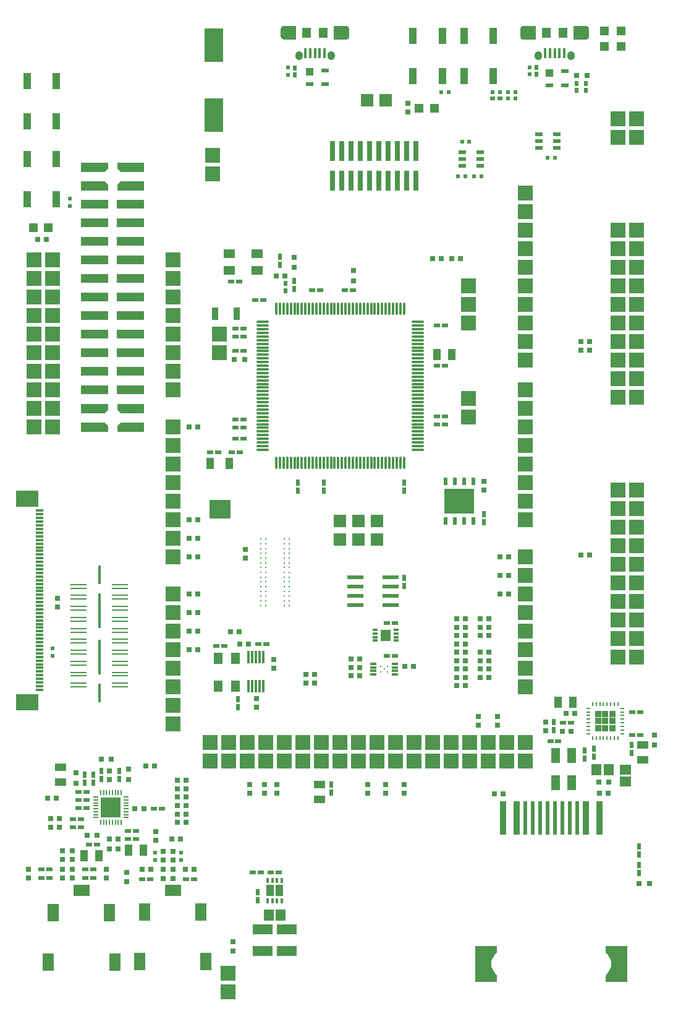
<source format=gtp>
%FSLAX43Y43*%
%MOMM*%
G71*
G01*
G75*
G04 Layer_Color=8421504*
%ADD10C,0.175*%
%ADD11R,0.600X0.900*%
%ADD12R,0.800X0.650*%
%ADD13R,0.900X0.600*%
%ADD14R,0.650X0.800*%
%ADD15R,0.500X0.650*%
%ADD16R,0.600X0.550*%
%ADD17R,1.050X0.600*%
%ADD18R,0.550X0.600*%
%ADD19R,0.700X0.700*%
%ADD20R,1.000X2.250*%
%ADD21R,1.200X1.200*%
%ADD22R,1.200X1.200*%
%ADD23R,0.400X1.350*%
%ADD24R,1.100X0.600*%
%ADD25R,1.100X1.000*%
%ADD26R,0.700X0.700*%
%ADD27R,0.650X0.500*%
%ADD28R,1.500X2.400*%
%ADD29R,2.200X1.500*%
%ADD30R,1.092X1.600*%
%ADD31R,1.600X1.092*%
%ADD32R,1.350X1.500*%
%ADD33R,1.500X1.350*%
%ADD34R,0.762X0.762*%
%ADD35R,0.500X0.600*%
%ADD36R,0.762X0.762*%
%ADD37R,0.950X1.000*%
%ADD38R,2.800X1.400*%
%ADD39R,1.600X1.300*%
%ADD40R,1.300X1.600*%
%ADD41R,0.950X1.750*%
%ADD42R,2.500X4.600*%
%ADD43R,2.200X0.600*%
%ADD44R,0.300X1.700*%
%ADD45O,0.300X1.700*%
%ADD46O,1.700X0.300*%
%ADD47R,0.850X0.300*%
%ADD48R,1.300X1.400*%
%ADD49R,0.230X0.500*%
%ADD50R,0.500X0.230*%
%ADD51R,3.400X3.400*%
%ADD52C,0.320*%
%ADD53R,0.600X1.100*%
%ADD54R,4.100X3.500*%
%ADD55R,0.350X0.675*%
%ADD56R,2.500X1.700*%
%ADD57R,1.400X1.600*%
%ADD58R,0.700X0.300*%
%ADD59O,0.200X0.700*%
%ADD60O,0.700X0.200*%
%ADD61R,2.800X2.800*%
%ADD62R,1.000X1.600*%
%ADD63R,3.000X2.500*%
%ADD64R,1.200X2.000*%
%ADD65R,0.610X4.600*%
%ADD66R,2.000X4.900*%
%ADD67R,0.810X4.600*%
%ADD68R,1.100X0.300*%
%ADD69R,3.100X2.300*%
%ADD70R,2.270X0.280*%
%ADD71R,0.430X2.540*%
%ADD72R,0.430X4.700*%
%ADD73R,3.200X1.270*%
%ADD74R,3.683X1.270*%
%ADD75R,0.740X2.790*%
%ADD76C,0.180*%
%ADD77C,0.200*%
%ADD78C,0.150*%
%ADD79C,0.300*%
%ADD80C,0.165*%
%ADD81C,0.185*%
%ADD82C,0.127*%
%ADD83R,1.800X1.900*%
%ADD84R,0.300X0.900*%
%ADD85C,3.600*%
%ADD86R,1.700X1.700*%
G04:AMPARAMS|DCode=87|XSize=1.05mm|YSize=1.25mm|CornerRadius=0.525mm|HoleSize=0mm|Usage=FLASHONLY|Rotation=180.000|XOffset=0mm|YOffset=0mm|HoleType=Round|Shape=RoundedRectangle|*
%AMROUNDEDRECTD87*
21,1,1.050,0.200,0,0,180.0*
21,1,0.000,1.250,0,0,180.0*
1,1,1.050,0.000,0.100*
1,1,1.050,0.000,0.100*
1,1,1.050,0.000,-0.100*
1,1,1.050,0.000,-0.100*
%
%ADD87ROUNDEDRECTD87*%
G04:AMPARAMS|DCode=88|XSize=2.1mm|YSize=1.9mm|CornerRadius=0.494mm|HoleSize=0mm|Usage=FLASHONLY|Rotation=180.000|XOffset=0mm|YOffset=0mm|HoleType=Round|Shape=RoundedRectangle|*
%AMROUNDEDRECTD88*
21,1,2.100,0.912,0,0,180.0*
21,1,1.112,1.900,0,0,180.0*
1,1,0.988,-0.556,0.456*
1,1,0.988,0.556,0.456*
1,1,0.988,0.556,-0.456*
1,1,0.988,-0.556,-0.456*
%
%ADD88ROUNDEDRECTD88*%
%ADD89C,1.700*%
%ADD90R,1.700X1.700*%
%ADD91C,1.500*%
%ADD92R,5.000X2.400*%
%ADD93R,5.000X2.200*%
%ADD94R,2.200X4.500*%
%ADD95C,1.020*%
%ADD96C,1.000*%
%ADD97C,0.550*%
%ADD98C,0.400*%
%ADD99C,0.700*%
%ADD100C,0.660*%
%ADD101C,1.016*%
%ADD102C,0.500*%
%ADD103C,1.600*%
G04:AMPARAMS|DCode=104|XSize=2.524mm|YSize=2.524mm|CornerRadius=0mm|HoleSize=0mm|Usage=FLASHONLY|Rotation=0.000|XOffset=0mm|YOffset=0mm|HoleType=Round|Shape=Relief|Width=0.254mm|Gap=0.254mm|Entries=4|*
%AMTHD104*
7,0,0,2.524,2.016,0.254,45*
%
%ADD104THD104*%
%ADD105O,1.250X1.450*%
%ADD106O,1.425X2.100*%
%ADD107C,1.900*%
%ADD108C,2.100*%
%ADD109C,3.600*%
%AMTHOVALD110*
21,1,1.800,2.724,0,0,0.0*
1,1,2.724,-0.900,0.000*
1,1,2.724,0.900,0.000*
21,0,1.800,2.216,0,0,0.0*
1,0,2.216,-0.900,0.000*
1,0,2.216,0.900,0.000*
4,0,4,-0.810,-0.090,-1.773,-1.053,-1.953,-0.873,-0.990,0.090,-0.810,-0.090,0.0*
4,0,4,0.990,-0.090,1.953,0.873,1.773,1.053,0.810,0.090,0.990,-0.090,0.0*
4,0,4,-0.990,-0.090,-1.953,0.873,-1.773,1.053,-0.810,0.090,-0.990,-0.090,0.0*
4,0,4,0.810,-0.090,1.773,-1.053,1.953,-0.873,0.990,0.090,0.810,-0.090,0.0*
%
%ADD110THOVALD110*%

%ADD111O,4.100X1.800*%
%AMTHOVALD112*
21,1,1.700,2.824,0,0,270.0*
1,1,2.824,0.000,0.850*
1,1,2.824,0.000,-0.850*
21,0,1.700,2.316,0,0,270.0*
1,0,2.316,0.000,0.850*
1,0,2.316,0.000,-0.850*
4,0,4,-0.090,0.760,-1.088,1.759,-0.909,1.938,0.090,0.940,-0.090,0.760,0.0*
4,0,4,-0.090,-0.940,0.909,-1.938,1.088,-1.759,0.090,-0.760,-0.090,-0.940,0.0*
4,0,4,-0.090,0.940,0.909,1.938,1.088,1.759,0.090,0.760,-0.090,0.940,0.0*
4,0,4,-0.090,-0.760,-1.088,-1.759,-0.909,-1.938,0.090,-0.940,-0.090,-0.760,0.0*
%
%ADD112THOVALD112*%

%ADD113C,1.620*%
%ADD114C,1.790*%
%ADD115C,0.850*%
%ADD116C,0.800*%
%ADD117C,0.930*%
%ADD118C,3.300*%
%ADD119O,3.600X1.800*%
%ADD120O,1.900X3.600*%
%ADD121C,0.950*%
%ADD122C,0.800*%
%ADD123C,1.270*%
%ADD124R,1.300X0.600*%
%ADD125R,3.700X0.980*%
%ADD126R,0.600X1.300*%
%ADD127R,0.650X1.050*%
%ADD128R,0.980X3.700*%
%ADD129R,1.400X0.600*%
%ADD130R,0.350X0.850*%
%ADD131R,1.700X0.350*%
%ADD132C,0.280*%
%ADD133O,0.280X0.850*%
%ADD134O,0.850X0.280*%
%ADD135R,2.700X2.700*%
%ADD136R,0.700X0.230*%
%ADD137R,0.230X0.700*%
%ADD138O,1.524X0.381*%
%ADD139R,2.000X1.100*%
%ADD140R,3.000X3.000*%
%ADD141R,0.800X2.000*%
%ADD142C,0.125*%
%ADD143R,0.312X0.829*%
%ADD144R,1.490X0.201*%
%ADD145R,1.507X0.242*%
%ADD146C,0.254*%
%ADD147C,0.250*%
%ADD148C,0.600*%
%ADD149C,1.000*%
%ADD150C,0.100*%
%ADD151C,0.112*%
%ADD152R,2.100X2.100*%
%ADD153R,2.100X2.100*%
%ADD154C,0.264*%
%ADD155R,1.750X1.750*%
%ADD156R,0.870X0.870*%
%ADD157R,1.125X1.550*%
%ADD158R,1.700X1.700*%
%ADD159R,0.000X0.000*%
%ADD160R,1.350X1.550*%
%ADD161R,1.300X1.400*%
G36*
X-71870Y-56289D02*
X-75550D01*
Y-55469D01*
X-75100Y-55019D01*
X-71870D01*
Y-56289D01*
D02*
G37*
G36*
X-76820Y-53299D02*
X-77270Y-53749D01*
X-80500D01*
Y-52479D01*
X-76820D01*
Y-53299D01*
D02*
G37*
G36*
X-71870Y-53749D02*
X-75100D01*
X-75550Y-53299D01*
Y-52479D01*
X-71870D01*
Y-53749D01*
D02*
G37*
G36*
X-76820Y-55469D02*
Y-56289D01*
X-80500D01*
Y-55019D01*
X-77270D01*
X-76820Y-55469D01*
D02*
G37*
G36*
X-23495Y-127581D02*
X-23497Y-127581D01*
X-23739Y-127781D01*
X-23971Y-128062D01*
X-24142Y-128384D01*
X-24248Y-128732D01*
X-24284Y-129095D01*
X-24248Y-129458D01*
X-24142Y-129806D01*
X-23971Y-130128D01*
X-23739Y-130409D01*
X-23497Y-130609D01*
X-23495Y-130606D01*
Y-131545D01*
X-26495D01*
Y-126645D01*
X-23495D01*
X-23495Y-127581D01*
D02*
G37*
G36*
X-5655Y-131545D02*
X-8655D01*
X-8655Y-130610D01*
D01*
Y-130609D01*
Y-130610D01*
X-8653Y-130609D01*
X-8411Y-130409D01*
X-8179Y-130128D01*
X-8008Y-129806D01*
X-7902Y-129458D01*
X-7866Y-129095D01*
X-7902Y-128732D01*
X-8008Y-128384D01*
X-8179Y-128062D01*
X-8411Y-127781D01*
X-8653Y-127581D01*
X-8655Y-127584D01*
Y-127585D01*
X-8656D01*
X-8655Y-127584D01*
Y-126645D01*
X-5655D01*
Y-131545D01*
D02*
G37*
G36*
X-23495Y-130606D02*
Y-130605D01*
X-23494D01*
X-23495Y-130606D01*
D02*
G37*
G36*
X-76820Y-22449D02*
Y-23269D01*
X-80500D01*
Y-21999D01*
X-77270D01*
X-76820Y-22449D01*
D02*
G37*
G36*
X-44186Y-729D02*
X-44133Y-736D01*
X-44080Y-751D01*
X-44037Y-767D01*
X-43995Y-787D01*
X-43951Y-815D01*
X-43913Y-844D01*
X-43874Y-878D01*
X-43845Y-914D01*
X-43817Y-951D01*
X-43793Y-992D01*
X-43773Y-1034D01*
X-43757Y-1076D01*
X-43745Y-1127D01*
X-43738Y-1172D01*
X-43734Y-1225D01*
Y-2125D01*
X-43738Y-2180D01*
X-43746Y-2225D01*
X-43758Y-2275D01*
X-43774Y-2315D01*
X-43787Y-2348D01*
X-43812Y-2391D01*
X-43838Y-2428D01*
X-43869Y-2466D01*
X-43914Y-2507D01*
X-43954Y-2537D01*
X-44000Y-2566D01*
X-44053Y-2590D01*
X-44140Y-2616D01*
X-44234Y-2625D01*
X-45834D01*
Y-725D01*
X-44234D01*
X-44186Y-729D01*
D02*
G37*
G36*
X-18200Y-2625D02*
X-19800D01*
X-19848Y-2621D01*
X-19901Y-2614D01*
X-19954Y-2599D01*
X-19997Y-2583D01*
X-20039Y-2563D01*
X-20083Y-2535D01*
X-20121Y-2506D01*
X-20160Y-2472D01*
X-20189Y-2436D01*
X-20217Y-2399D01*
X-20241Y-2358D01*
X-20261Y-2316D01*
X-20277Y-2274D01*
X-20289Y-2223D01*
X-20296Y-2178D01*
X-20300Y-2125D01*
Y-1225D01*
X-20296Y-1170D01*
X-20288Y-1125D01*
X-20276Y-1075D01*
X-20260Y-1035D01*
X-20247Y-1002D01*
X-20222Y-959D01*
X-20196Y-922D01*
X-20165Y-884D01*
X-20120Y-843D01*
X-20080Y-813D01*
X-20034Y-784D01*
X-19981Y-760D01*
X-19894Y-734D01*
X-19800Y-725D01*
X-18200D01*
Y-2625D01*
D02*
G37*
G36*
X-11352Y-729D02*
X-11299Y-736D01*
X-11246Y-751D01*
X-11203Y-767D01*
X-11161Y-787D01*
X-11117Y-815D01*
X-11079Y-844D01*
X-11040Y-878D01*
X-11011Y-914D01*
X-10983Y-951D01*
X-10959Y-992D01*
X-10939Y-1034D01*
X-10923Y-1076D01*
X-10911Y-1127D01*
X-10904Y-1172D01*
X-10900Y-1225D01*
Y-2125D01*
X-10904Y-2180D01*
X-10912Y-2225D01*
X-10924Y-2275D01*
X-10940Y-2315D01*
X-10953Y-2348D01*
X-10978Y-2391D01*
X-11004Y-2428D01*
X-11035Y-2466D01*
X-11080Y-2507D01*
X-11120Y-2537D01*
X-11166Y-2566D01*
X-11219Y-2590D01*
X-11306Y-2616D01*
X-11400Y-2625D01*
X-13000D01*
Y-725D01*
X-11400D01*
X-11352Y-729D01*
D02*
G37*
G36*
X-51034Y-2625D02*
X-52634D01*
X-52682Y-2621D01*
X-52735Y-2614D01*
X-52788Y-2599D01*
X-52831Y-2583D01*
X-52873Y-2563D01*
X-52917Y-2535D01*
X-52955Y-2506D01*
X-52994Y-2472D01*
X-53023Y-2436D01*
X-53051Y-2399D01*
X-53075Y-2358D01*
X-53095Y-2316D01*
X-53111Y-2274D01*
X-53123Y-2223D01*
X-53130Y-2178D01*
X-53134Y-2125D01*
Y-1225D01*
X-53130Y-1170D01*
X-53122Y-1125D01*
X-53110Y-1075D01*
X-53094Y-1035D01*
X-53081Y-1002D01*
X-53056Y-959D01*
X-53030Y-922D01*
X-52999Y-884D01*
X-52954Y-843D01*
X-52914Y-813D01*
X-52868Y-784D01*
X-52815Y-760D01*
X-52728Y-734D01*
X-52634Y-725D01*
X-51034D01*
Y-2625D01*
D02*
G37*
G36*
X-71870Y-23269D02*
X-75550D01*
Y-22449D01*
X-75100Y-21999D01*
X-71870D01*
Y-23269D01*
D02*
G37*
G36*
X-76820Y-20279D02*
X-77270Y-20729D01*
X-80500D01*
Y-19459D01*
X-76820D01*
Y-20279D01*
D02*
G37*
G36*
X-71870Y-20729D02*
X-75100D01*
X-75550Y-20279D01*
Y-19459D01*
X-71870D01*
Y-20729D01*
D02*
G37*
D11*
X-4075Y-114125D02*
D03*
Y-113025D02*
D03*
X-50750Y-64350D02*
D03*
Y-63250D02*
D03*
X-36250Y-64350D02*
D03*
Y-63250D02*
D03*
X-47250Y-64350D02*
D03*
Y-63250D02*
D03*
X-51300Y-35650D02*
D03*
Y-36750D02*
D03*
X-53275Y-32375D02*
D03*
Y-33475D02*
D03*
X-36225Y-77375D02*
D03*
Y-76275D02*
D03*
X-25325Y-67550D02*
D03*
Y-68650D02*
D03*
X-46248Y-105700D02*
D03*
Y-104600D02*
D03*
X-10250Y-100750D02*
D03*
Y-99650D02*
D03*
X-11525Y-99900D02*
D03*
Y-101000D02*
D03*
X-4075Y-115550D02*
D03*
Y-116650D02*
D03*
X-5100Y-100225D02*
D03*
Y-99125D02*
D03*
X-15750Y-97125D02*
D03*
Y-96025D02*
D03*
X-75250Y-102732D02*
D03*
Y-103832D02*
D03*
X-58975Y-93975D02*
D03*
Y-92875D02*
D03*
X-79975Y-103225D02*
D03*
Y-104325D02*
D03*
X-78850Y-103225D02*
D03*
Y-104325D02*
D03*
X-77750Y-102725D02*
D03*
Y-103825D02*
D03*
X-56250Y-119280D02*
D03*
Y-120380D02*
D03*
D12*
X-73100Y-107875D02*
D03*
X-71900D02*
D03*
X-58750Y-85325D02*
D03*
X-57550D02*
D03*
X-32315Y-32600D02*
D03*
X-31115D02*
D03*
X-29742D02*
D03*
X-28542D02*
D03*
X-23100Y-78525D02*
D03*
X-21900D02*
D03*
X-10850Y-43975D02*
D03*
X-12050D02*
D03*
X-10850Y-45125D02*
D03*
X-12050D02*
D03*
X-21900Y-73419D02*
D03*
X-23100D02*
D03*
X-21900Y-75969D02*
D03*
X-23100D02*
D03*
X-10850Y-73175D02*
D03*
X-12050D02*
D03*
X-65675Y-55644D02*
D03*
X-64475D02*
D03*
X-65675Y-68369D02*
D03*
X-64475D02*
D03*
X-65675Y-70894D02*
D03*
X-64475D02*
D03*
X-65675Y-73444D02*
D03*
X-64475D02*
D03*
X-65675Y-78519D02*
D03*
X-64475D02*
D03*
X-65675Y-81069D02*
D03*
X-64475D02*
D03*
X-65675Y-83594D02*
D03*
X-64475D02*
D03*
X-65675Y-86119D02*
D03*
X-64475D02*
D03*
X-67325Y-107450D02*
D03*
X-66125D02*
D03*
X-67325Y-109750D02*
D03*
X-66125D02*
D03*
X-58800Y-83675D02*
D03*
X-60000D02*
D03*
X-67325Y-108600D02*
D03*
X-66125D02*
D03*
X-67325Y-106300D02*
D03*
X-66125D02*
D03*
X-67325Y-105150D02*
D03*
X-66125D02*
D03*
X-49675Y-89500D02*
D03*
X-48475D02*
D03*
X-49675Y-90650D02*
D03*
X-48475D02*
D03*
X-53728Y-34968D02*
D03*
X-52528D02*
D03*
X-85250Y-29969D02*
D03*
X-86450D02*
D03*
X-43500Y-89675D02*
D03*
X-42300D02*
D03*
X-43500Y-88525D02*
D03*
X-42300D02*
D03*
X-43500Y-87375D02*
D03*
X-42300D02*
D03*
X-36125Y-88425D02*
D03*
X-34925D02*
D03*
X-29069Y-91048D02*
D03*
X-27869D02*
D03*
X-8250Y-105775D02*
D03*
X-9450D02*
D03*
X-22700Y-105800D02*
D03*
X-23900D02*
D03*
X-13350Y-97250D02*
D03*
X-14550D02*
D03*
X-29069Y-84173D02*
D03*
X-27869D02*
D03*
X-29069Y-87623D02*
D03*
X-27869D02*
D03*
X-29069Y-86473D02*
D03*
X-27869D02*
D03*
X-29069Y-83023D02*
D03*
X-27869D02*
D03*
X-29069Y-81873D02*
D03*
X-27869D02*
D03*
X-29069Y-89923D02*
D03*
X-27869D02*
D03*
X-29069Y-85323D02*
D03*
X-27869D02*
D03*
X-14050Y-94825D02*
D03*
X-12850D02*
D03*
X-29069Y-88773D02*
D03*
X-27869D02*
D03*
X-24594Y-86473D02*
D03*
X-25794D02*
D03*
X-24594Y-83023D02*
D03*
X-25794D02*
D03*
X-24594Y-81873D02*
D03*
X-25794D02*
D03*
X-24594Y-89923D02*
D03*
X-25794D02*
D03*
X-25794Y-88773D02*
D03*
X-24594D02*
D03*
X-24588Y-84173D02*
D03*
X-25788D02*
D03*
X-24594Y-87623D02*
D03*
X-25794D02*
D03*
X-67325Y-104000D02*
D03*
X-66125D02*
D03*
X-83450Y-109250D02*
D03*
X-84650D02*
D03*
X-83450Y-110400D02*
D03*
X-84650D02*
D03*
X-68075Y-112025D02*
D03*
X-66875D02*
D03*
X-70950Y-116125D02*
D03*
X-72150D02*
D03*
X-66175D02*
D03*
X-64975D02*
D03*
X-83875Y-106400D02*
D03*
X-85075D02*
D03*
X-71600Y-102025D02*
D03*
X-70400D02*
D03*
D13*
X-70525Y-107875D02*
D03*
X-69425D02*
D03*
X-56950Y-116580D02*
D03*
X-55850D02*
D03*
X-53375D02*
D03*
X-54475D02*
D03*
X-56200Y-85350D02*
D03*
X-55100D02*
D03*
X-59350Y-43300D02*
D03*
X-58250D02*
D03*
X-59350Y-55750D02*
D03*
X-58250D02*
D03*
X-30650Y-55250D02*
D03*
X-31750D02*
D03*
X-30650Y-47250D02*
D03*
X-31750D02*
D03*
X-47700Y-36900D02*
D03*
X-48800D02*
D03*
X-56600Y-38250D02*
D03*
X-55500D02*
D03*
X-59350Y-42200D02*
D03*
X-58250D02*
D03*
X-59350Y-54650D02*
D03*
X-58250D02*
D03*
X-59350Y-57250D02*
D03*
X-58250D02*
D03*
X-30650Y-54150D02*
D03*
X-31750D02*
D03*
X-30650Y-41750D02*
D03*
X-31750D02*
D03*
X-44375Y-36900D02*
D03*
X-43275D02*
D03*
X-59350Y-45250D02*
D03*
X-58250D02*
D03*
X-59825Y-59075D02*
D03*
X-58725D02*
D03*
X-62775D02*
D03*
X-61675D02*
D03*
X-59900Y-35750D02*
D03*
X-58800D02*
D03*
X-38575Y-86925D02*
D03*
X-37475D02*
D03*
X-38575Y-82475D02*
D03*
X-37475D02*
D03*
X-3850Y-94625D02*
D03*
X-4950D02*
D03*
X-15100Y-98650D02*
D03*
X-16200D02*
D03*
X-3850Y-97825D02*
D03*
X-4950D02*
D03*
X-14500Y-96125D02*
D03*
X-13400D02*
D03*
X-78850Y-116150D02*
D03*
X-79950D02*
D03*
X-85950D02*
D03*
X-84850D02*
D03*
X-78850Y-117350D02*
D03*
X-79950D02*
D03*
X-85950D02*
D03*
X-84850D02*
D03*
X-81600Y-109275D02*
D03*
X-80500D02*
D03*
X-81600Y-110375D02*
D03*
X-80500D02*
D03*
X-79750Y-105600D02*
D03*
X-80850D02*
D03*
X-72100Y-117500D02*
D03*
X-71000D02*
D03*
X-65025D02*
D03*
X-66125D02*
D03*
X-80850Y-107800D02*
D03*
X-79750D02*
D03*
X-80850Y-106700D02*
D03*
X-79750D02*
D03*
X-79425Y-112750D02*
D03*
X-78325D02*
D03*
X-72950Y-111975D02*
D03*
X-74050D02*
D03*
X-72950Y-110875D02*
D03*
X-74050D02*
D03*
X-60825Y-85625D02*
D03*
X-61925D02*
D03*
D14*
X-70300Y-111000D02*
D03*
Y-112200D02*
D03*
X-69225Y-113700D02*
D03*
Y-114900D02*
D03*
Y-116200D02*
D03*
Y-117400D02*
D03*
X-67900Y-116200D02*
D03*
Y-117400D02*
D03*
X-67900Y-113700D02*
D03*
Y-114900D02*
D03*
X-35675Y-12550D02*
D03*
Y-11350D02*
D03*
X-81725Y-117350D02*
D03*
Y-116150D02*
D03*
X-23475Y-96475D02*
D03*
Y-95275D02*
D03*
X-26025Y-96469D02*
D03*
Y-95269D02*
D03*
X-54100Y-88675D02*
D03*
Y-87475D02*
D03*
X-57997Y-73600D02*
D03*
Y-72400D02*
D03*
X-25325Y-63100D02*
D03*
Y-64300D02*
D03*
X-41253Y-105750D02*
D03*
Y-104550D02*
D03*
X-38753Y-105750D02*
D03*
Y-104550D02*
D03*
X-36253Y-105750D02*
D03*
Y-104550D02*
D03*
X-55377Y-105750D02*
D03*
Y-104550D02*
D03*
X-53678Y-105750D02*
D03*
Y-104550D02*
D03*
X-57377Y-105750D02*
D03*
Y-104550D02*
D03*
X-59700Y-127300D02*
D03*
Y-126100D02*
D03*
X-16875Y-97175D02*
D03*
Y-95975D02*
D03*
X-83075Y-114850D02*
D03*
Y-113650D02*
D03*
X-81725Y-114850D02*
D03*
Y-113650D02*
D03*
X-77075Y-116150D02*
D03*
Y-117350D02*
D03*
X-87725Y-116150D02*
D03*
Y-117350D02*
D03*
X-74200Y-116625D02*
D03*
Y-117825D02*
D03*
X-56500Y-92825D02*
D03*
Y-94025D02*
D03*
X-76625Y-103875D02*
D03*
Y-102675D02*
D03*
X-83706Y-79100D02*
D03*
Y-80300D02*
D03*
X-83075Y-117350D02*
D03*
Y-116150D02*
D03*
D15*
X-52450Y-36975D02*
D03*
Y-36025D02*
D03*
X-18100Y-7375D02*
D03*
Y-6425D02*
D03*
X-12600Y-8625D02*
D03*
Y-9575D02*
D03*
X-11300Y-8625D02*
D03*
Y-9575D02*
D03*
X-51200Y-7453D02*
D03*
Y-6503D02*
D03*
D16*
X-28827Y-21324D02*
D03*
X-27827D02*
D03*
X-26632D02*
D03*
X-25632D02*
D03*
X-16575Y-18800D02*
D03*
X-15575D02*
D03*
X-20975Y-9800D02*
D03*
X-21975D02*
D03*
X-23100D02*
D03*
X-24100D02*
D03*
X-30150Y-9850D02*
D03*
X-31150D02*
D03*
X-21975Y-10675D02*
D03*
X-20975D02*
D03*
X-27297Y-16630D02*
D03*
X-28297D02*
D03*
D17*
X-17737Y-17445D02*
D03*
Y-16495D02*
D03*
Y-15545D02*
D03*
X-15287D02*
D03*
Y-16495D02*
D03*
Y-17445D02*
D03*
X-28257Y-19918D02*
D03*
Y-18968D02*
D03*
Y-18018D02*
D03*
X-25807D02*
D03*
Y-18968D02*
D03*
Y-19918D02*
D03*
D18*
X-84414Y-85946D02*
D03*
Y-86946D02*
D03*
X-19000Y-6400D02*
D03*
Y-7400D02*
D03*
X-52100Y-6478D02*
D03*
Y-7478D02*
D03*
X-82050Y-25425D02*
D03*
Y-24425D02*
D03*
D19*
X-43175Y-35650D02*
D03*
Y-34250D02*
D03*
X-1925Y-97775D02*
D03*
Y-99175D02*
D03*
X-51300Y-33826D02*
D03*
Y-32426D02*
D03*
D20*
X-35000Y-7650D02*
D03*
Y-2150D02*
D03*
X-31000D02*
D03*
Y-7650D02*
D03*
X-87850Y-13825D02*
D03*
Y-8325D02*
D03*
X-83850D02*
D03*
Y-13825D02*
D03*
X-87850Y-24450D02*
D03*
Y-18950D02*
D03*
X-83850D02*
D03*
Y-24450D02*
D03*
X-28000Y-7650D02*
D03*
Y-2150D02*
D03*
X-24000D02*
D03*
Y-7650D02*
D03*
D21*
X-6500Y-3550D02*
D03*
Y-1450D02*
D03*
X-8750Y-3550D02*
D03*
Y-1450D02*
D03*
D22*
X-32050Y-12000D02*
D03*
X-34150D02*
D03*
X-87054Y-28350D02*
D03*
X-84954D02*
D03*
D23*
X-14300Y-4475D02*
D03*
X-14950D02*
D03*
X-15600D02*
D03*
X-16250D02*
D03*
X-16900D02*
D03*
X-48434D02*
D03*
X-47784D02*
D03*
X-47134D02*
D03*
X-49084D02*
D03*
X-49734D02*
D03*
D24*
X-47059Y-6828D02*
D03*
Y-8728D02*
D03*
X-49159D02*
D03*
X-14225Y-6978D02*
D03*
Y-8878D02*
D03*
X-16325D02*
D03*
D25*
X-49159Y-7028D02*
D03*
X-16325Y-7178D02*
D03*
D26*
X-12600Y-7500D02*
D03*
X-11200D02*
D03*
X-59475Y-46400D02*
D03*
X-58075D02*
D03*
X-9575Y-104225D02*
D03*
X-8175D02*
D03*
X-2625Y-118075D02*
D03*
X-4025D02*
D03*
D27*
X-23125Y-10675D02*
D03*
X-24075D02*
D03*
D28*
X-84275Y-122075D02*
D03*
X-76575D02*
D03*
X-84975Y-128825D02*
D03*
X-75875D02*
D03*
X-71775Y-122025D02*
D03*
X-64075D02*
D03*
X-72475Y-128775D02*
D03*
X-63375D02*
D03*
D29*
X-80425Y-119075D02*
D03*
X-67925Y-119025D02*
D03*
D30*
X-29693Y-45725D02*
D03*
X-31725D02*
D03*
X-15182Y-93275D02*
D03*
X-13150D02*
D03*
X-71959Y-113525D02*
D03*
X-73991D02*
D03*
X-80066Y-114300D02*
D03*
X-78034D02*
D03*
D31*
X-47823Y-106582D02*
D03*
Y-104550D02*
D03*
X-3525Y-101182D02*
D03*
Y-99150D02*
D03*
X-83325Y-102234D02*
D03*
Y-104266D02*
D03*
D32*
X-8225Y-102550D02*
D03*
X-9875D02*
D03*
X-54775Y-122455D02*
D03*
X-53125D02*
D03*
D33*
X-5900Y-104150D02*
D03*
Y-102500D02*
D03*
D34*
X-75400Y-113398D02*
D03*
Y-112002D02*
D03*
X-76600Y-113398D02*
D03*
Y-112002D02*
D03*
X-74025Y-102484D02*
D03*
Y-103881D02*
D03*
X-81175Y-102977D02*
D03*
Y-104374D02*
D03*
D35*
X-66802Y-114901D02*
D03*
X-66802Y-113851D02*
D03*
X-70333Y-114901D02*
D03*
X-70333Y-113851D02*
D03*
D36*
X-79674Y-111550D02*
D03*
X-78276D02*
D03*
X-77748Y-101075D02*
D03*
X-76352D02*
D03*
D38*
X-55605Y-127300D02*
D03*
Y-124400D02*
D03*
X-52305D02*
D03*
Y-127300D02*
D03*
D39*
X-60175Y-34225D02*
D03*
X-56375D02*
D03*
Y-31925D02*
D03*
X-60175D02*
D03*
D40*
X-61675Y-87300D02*
D03*
Y-91100D02*
D03*
X-59375D02*
D03*
Y-87300D02*
D03*
D41*
X-59175Y-40125D02*
D03*
X-62125D02*
D03*
D42*
X-62325Y-12950D02*
D03*
Y-3350D02*
D03*
D43*
X-38125Y-80030D02*
D03*
Y-78760D02*
D03*
Y-77490D02*
D03*
Y-76220D02*
D03*
X-42925Y-80030D02*
D03*
Y-78760D02*
D03*
Y-77490D02*
D03*
Y-76220D02*
D03*
D44*
X-57550Y-91100D02*
D03*
X-57050D02*
D03*
X-56550D02*
D03*
X-56050D02*
D03*
X-55550D02*
D03*
X-57550Y-87100D02*
D03*
X-57050D02*
D03*
X-56550D02*
D03*
X-56050D02*
D03*
X-55550D02*
D03*
D45*
X-50250Y-39450D02*
D03*
X-49750D02*
D03*
X-53750Y-60550D02*
D03*
X-53250D02*
D03*
X-52750D02*
D03*
X-52250D02*
D03*
X-51750D02*
D03*
X-51250D02*
D03*
X-50750D02*
D03*
X-50250D02*
D03*
X-49750D02*
D03*
X-49250D02*
D03*
X-48750D02*
D03*
X-48250D02*
D03*
X-47750D02*
D03*
X-47250D02*
D03*
X-46750D02*
D03*
X-46250D02*
D03*
X-45750D02*
D03*
X-45250D02*
D03*
X-44750D02*
D03*
X-44250D02*
D03*
X-43750D02*
D03*
X-43250D02*
D03*
X-42750D02*
D03*
X-42250D02*
D03*
X-41750D02*
D03*
X-41250D02*
D03*
X-40750D02*
D03*
X-40250D02*
D03*
X-39750D02*
D03*
X-39250D02*
D03*
X-38750D02*
D03*
X-38250D02*
D03*
X-37750D02*
D03*
X-37250D02*
D03*
X-36750D02*
D03*
X-36250D02*
D03*
Y-39450D02*
D03*
X-36750D02*
D03*
X-37250D02*
D03*
X-37750D02*
D03*
X-38250D02*
D03*
X-38750D02*
D03*
X-39250D02*
D03*
X-39750D02*
D03*
X-40250D02*
D03*
X-40750D02*
D03*
X-41250D02*
D03*
X-41750D02*
D03*
X-42250D02*
D03*
X-42750D02*
D03*
X-43250D02*
D03*
X-43750D02*
D03*
X-44250D02*
D03*
X-44750D02*
D03*
X-45250D02*
D03*
X-45750D02*
D03*
X-46250D02*
D03*
X-46750D02*
D03*
X-47250D02*
D03*
X-47750D02*
D03*
X-48250D02*
D03*
X-48750D02*
D03*
X-49250D02*
D03*
X-50750D02*
D03*
X-51250D02*
D03*
X-51750D02*
D03*
X-52250D02*
D03*
X-52750D02*
D03*
X-53250D02*
D03*
X-53750D02*
D03*
D46*
X-55600Y-41250D02*
D03*
Y-41750D02*
D03*
Y-42250D02*
D03*
Y-42750D02*
D03*
Y-43250D02*
D03*
Y-43750D02*
D03*
Y-44250D02*
D03*
Y-44750D02*
D03*
Y-45250D02*
D03*
Y-45750D02*
D03*
Y-46250D02*
D03*
Y-46750D02*
D03*
Y-47250D02*
D03*
Y-47750D02*
D03*
Y-48250D02*
D03*
Y-48750D02*
D03*
Y-49250D02*
D03*
Y-49750D02*
D03*
Y-50250D02*
D03*
Y-50750D02*
D03*
Y-51250D02*
D03*
Y-51750D02*
D03*
Y-52250D02*
D03*
Y-52750D02*
D03*
Y-53250D02*
D03*
Y-53750D02*
D03*
Y-54250D02*
D03*
Y-54750D02*
D03*
Y-55250D02*
D03*
Y-55750D02*
D03*
Y-56250D02*
D03*
Y-56750D02*
D03*
Y-57250D02*
D03*
Y-57750D02*
D03*
Y-58250D02*
D03*
Y-58750D02*
D03*
X-34400D02*
D03*
Y-58250D02*
D03*
Y-57750D02*
D03*
Y-57250D02*
D03*
Y-56750D02*
D03*
Y-56250D02*
D03*
Y-55750D02*
D03*
Y-55250D02*
D03*
Y-54750D02*
D03*
Y-54250D02*
D03*
Y-53750D02*
D03*
Y-53250D02*
D03*
Y-52750D02*
D03*
Y-52250D02*
D03*
Y-51750D02*
D03*
Y-51250D02*
D03*
Y-50750D02*
D03*
Y-50250D02*
D03*
Y-49750D02*
D03*
Y-49250D02*
D03*
Y-48750D02*
D03*
Y-48250D02*
D03*
Y-47750D02*
D03*
Y-47250D02*
D03*
Y-46750D02*
D03*
Y-46250D02*
D03*
Y-45750D02*
D03*
Y-45250D02*
D03*
Y-44750D02*
D03*
Y-44250D02*
D03*
Y-43750D02*
D03*
Y-43250D02*
D03*
Y-42750D02*
D03*
Y-42250D02*
D03*
Y-41750D02*
D03*
Y-41250D02*
D03*
D47*
X-37500Y-88025D02*
D03*
Y-88525D02*
D03*
Y-89525D02*
D03*
Y-89025D02*
D03*
X-40450D02*
D03*
Y-89525D02*
D03*
Y-88525D02*
D03*
Y-88025D02*
D03*
D49*
X-9925Y-93525D02*
D03*
X-9425D02*
D03*
X-8925D02*
D03*
X-7425D02*
D03*
X-7925D02*
D03*
X-8425D02*
D03*
X-10425D02*
D03*
X-6925D02*
D03*
X-8925Y-98225D02*
D03*
X-8425D02*
D03*
X-10425D02*
D03*
X-9925D02*
D03*
X-9425D02*
D03*
X-6925D02*
D03*
X-7425D02*
D03*
X-7925D02*
D03*
D50*
X-11025Y-97625D02*
D03*
Y-97125D02*
D03*
Y-96625D02*
D03*
Y-96125D02*
D03*
Y-95625D02*
D03*
Y-95125D02*
D03*
Y-94625D02*
D03*
Y-94125D02*
D03*
X-6325Y-97625D02*
D03*
Y-97125D02*
D03*
Y-96625D02*
D03*
Y-96125D02*
D03*
Y-95625D02*
D03*
Y-95125D02*
D03*
Y-94625D02*
D03*
Y-94125D02*
D03*
D52*
X-55872Y-70975D02*
D03*
X-55222D02*
D03*
X-52622D02*
D03*
X-51972D02*
D03*
X-55872Y-71625D02*
D03*
X-55222D02*
D03*
X-52622D02*
D03*
X-51972D02*
D03*
X-55872Y-72275D02*
D03*
X-55222D02*
D03*
X-52622D02*
D03*
X-51972D02*
D03*
X-55872Y-72925D02*
D03*
X-55222D02*
D03*
X-52622D02*
D03*
X-51972D02*
D03*
X-55872Y-73575D02*
D03*
X-55222D02*
D03*
X-52622D02*
D03*
X-51972D02*
D03*
X-55872Y-74225D02*
D03*
X-55222D02*
D03*
X-52622D02*
D03*
X-51972D02*
D03*
X-55872Y-74875D02*
D03*
X-55222D02*
D03*
X-52622D02*
D03*
X-51972D02*
D03*
X-55872Y-75525D02*
D03*
X-55222D02*
D03*
X-52622D02*
D03*
X-51972D02*
D03*
X-55872Y-76175D02*
D03*
X-55222D02*
D03*
X-52622D02*
D03*
X-51972D02*
D03*
X-55872Y-76825D02*
D03*
X-55222D02*
D03*
X-52622D02*
D03*
X-51972D02*
D03*
X-55872Y-77475D02*
D03*
X-55222D02*
D03*
X-52622D02*
D03*
X-51972D02*
D03*
X-55872Y-78125D02*
D03*
X-55222D02*
D03*
X-52622D02*
D03*
X-51972D02*
D03*
X-55872Y-78775D02*
D03*
X-55222D02*
D03*
X-52622D02*
D03*
X-51972D02*
D03*
X-55872Y-79425D02*
D03*
X-55222D02*
D03*
X-52622D02*
D03*
X-51972D02*
D03*
X-55872Y-80075D02*
D03*
X-55222D02*
D03*
X-52622D02*
D03*
X-51972D02*
D03*
D53*
X-26745Y-63100D02*
D03*
X-28015D02*
D03*
X-29285D02*
D03*
X-30555D02*
D03*
Y-68500D02*
D03*
X-29285D02*
D03*
X-28015D02*
D03*
X-26745D02*
D03*
D54*
X-28650Y-65800D02*
D03*
D55*
X-52975Y-117668D02*
D03*
X-53625D02*
D03*
X-54275D02*
D03*
X-54925D02*
D03*
Y-120493D02*
D03*
X-54275D02*
D03*
X-53625D02*
D03*
X-52975D02*
D03*
D58*
X-40225Y-83375D02*
D03*
Y-83875D02*
D03*
Y-84375D02*
D03*
Y-84875D02*
D03*
X-37325D02*
D03*
Y-84375D02*
D03*
Y-83875D02*
D03*
Y-83375D02*
D03*
D59*
X-75000Y-105625D02*
D03*
X-75400D02*
D03*
X-75800D02*
D03*
X-76200D02*
D03*
X-76600D02*
D03*
X-77000D02*
D03*
X-77400D02*
D03*
X-77800D02*
D03*
X-75000Y-109725D02*
D03*
X-75400D02*
D03*
X-75800D02*
D03*
X-76200D02*
D03*
X-76600D02*
D03*
X-77000D02*
D03*
X-77400D02*
D03*
X-77800D02*
D03*
D60*
X-78450Y-106275D02*
D03*
Y-106675D02*
D03*
Y-107075D02*
D03*
Y-107475D02*
D03*
Y-107875D02*
D03*
Y-108275D02*
D03*
Y-108675D02*
D03*
Y-109075D02*
D03*
X-74350Y-106275D02*
D03*
Y-106675D02*
D03*
Y-107075D02*
D03*
Y-107475D02*
D03*
Y-107875D02*
D03*
Y-108275D02*
D03*
Y-108675D02*
D03*
Y-109075D02*
D03*
D61*
X-76400Y-107675D02*
D03*
D62*
X-62775Y-60625D02*
D03*
X-60175D02*
D03*
D63*
X-61475Y-66875D02*
D03*
D64*
X-15476Y-104314D02*
D03*
Y-100614D02*
D03*
X-13276D02*
D03*
Y-104314D02*
D03*
D65*
X-14545Y-109175D02*
D03*
X-12505D02*
D03*
X-13525D02*
D03*
X-15565D02*
D03*
X-16585D02*
D03*
X-17605D02*
D03*
X-18625D02*
D03*
X-19645D02*
D03*
D66*
X-6655Y-129095D02*
D03*
X-25495D02*
D03*
D67*
X-9465Y-109175D02*
D03*
X-11305D02*
D03*
X-20845D02*
D03*
X-22685D02*
D03*
D68*
X-86150Y-67100D02*
D03*
Y-67600D02*
D03*
Y-68100D02*
D03*
Y-68600D02*
D03*
Y-69100D02*
D03*
Y-91600D02*
D03*
Y-91100D02*
D03*
Y-90600D02*
D03*
Y-90100D02*
D03*
Y-89600D02*
D03*
Y-89100D02*
D03*
Y-88600D02*
D03*
Y-88100D02*
D03*
Y-87600D02*
D03*
Y-87100D02*
D03*
Y-86600D02*
D03*
Y-86100D02*
D03*
Y-85600D02*
D03*
Y-85100D02*
D03*
Y-84600D02*
D03*
Y-84100D02*
D03*
Y-83600D02*
D03*
Y-83100D02*
D03*
Y-82600D02*
D03*
Y-82100D02*
D03*
Y-81600D02*
D03*
Y-81100D02*
D03*
Y-80600D02*
D03*
Y-80100D02*
D03*
Y-79600D02*
D03*
Y-79100D02*
D03*
Y-78600D02*
D03*
Y-78100D02*
D03*
Y-77600D02*
D03*
Y-77100D02*
D03*
Y-76600D02*
D03*
Y-76100D02*
D03*
Y-75600D02*
D03*
Y-75100D02*
D03*
Y-74600D02*
D03*
Y-74100D02*
D03*
Y-73600D02*
D03*
Y-73100D02*
D03*
Y-72600D02*
D03*
Y-72100D02*
D03*
Y-71600D02*
D03*
Y-71100D02*
D03*
Y-70600D02*
D03*
Y-70100D02*
D03*
Y-69600D02*
D03*
D69*
X-87850Y-93270D02*
D03*
Y-65430D02*
D03*
D70*
X-80870Y-77200D02*
D03*
X-75130D02*
D03*
X-80870Y-77700D02*
D03*
X-75130D02*
D03*
X-80870Y-78700D02*
D03*
X-75130D02*
D03*
X-80870Y-79200D02*
D03*
X-75130D02*
D03*
X-80870Y-80200D02*
D03*
X-75130D02*
D03*
X-80870Y-80700D02*
D03*
X-75130D02*
D03*
X-80870Y-81700D02*
D03*
X-75130D02*
D03*
X-80870Y-82200D02*
D03*
X-75130D02*
D03*
X-80870Y-83200D02*
D03*
X-75130D02*
D03*
X-80870Y-83700D02*
D03*
X-75130D02*
D03*
X-80870Y-84700D02*
D03*
X-75130D02*
D03*
X-80870Y-85200D02*
D03*
X-75130D02*
D03*
X-80870Y-86200D02*
D03*
X-75130D02*
D03*
X-80870Y-86700D02*
D03*
X-75130D02*
D03*
X-80870Y-87700D02*
D03*
X-75130D02*
D03*
X-80870Y-88200D02*
D03*
X-75130D02*
D03*
X-80870Y-89200D02*
D03*
X-75130D02*
D03*
X-80870Y-89700D02*
D03*
X-75130D02*
D03*
X-80870Y-90700D02*
D03*
X-75130D02*
D03*
X-80870Y-91200D02*
D03*
X-75130D02*
D03*
D71*
X-78000Y-92015D02*
D03*
Y-75885D02*
D03*
D72*
Y-87125D02*
D03*
Y-80775D02*
D03*
D73*
X-78903Y-20094D02*
D03*
X-73467D02*
D03*
X-78903Y-22634D02*
D03*
X-73467D02*
D03*
X-78903Y-53114D02*
D03*
X-73467D02*
D03*
X-78903Y-55654D02*
D03*
X-73467D02*
D03*
D74*
X-78661Y-25174D02*
D03*
X-73708D02*
D03*
X-78661Y-27714D02*
D03*
X-73708D02*
D03*
X-78661Y-30254D02*
D03*
X-73708D02*
D03*
X-78661Y-32794D02*
D03*
X-73708D02*
D03*
X-78661Y-35334D02*
D03*
X-73708D02*
D03*
X-78661Y-37874D02*
D03*
X-73708D02*
D03*
X-78661Y-40414D02*
D03*
X-73708D02*
D03*
X-78661Y-42954D02*
D03*
X-73708D02*
D03*
X-78661Y-45494D02*
D03*
X-73708D02*
D03*
X-78661Y-48034D02*
D03*
X-73708D02*
D03*
X-78661Y-50574D02*
D03*
X-73708D02*
D03*
D75*
X-46040Y-21910D02*
D03*
Y-17840D02*
D03*
X-44770Y-21910D02*
D03*
Y-17840D02*
D03*
X-43500Y-21910D02*
D03*
Y-17840D02*
D03*
X-42230Y-21910D02*
D03*
Y-17840D02*
D03*
X-40960Y-21910D02*
D03*
Y-17840D02*
D03*
X-39690Y-21910D02*
D03*
Y-17840D02*
D03*
X-38420Y-21910D02*
D03*
Y-17840D02*
D03*
X-37150Y-21910D02*
D03*
Y-17840D02*
D03*
X-35880Y-21910D02*
D03*
Y-17840D02*
D03*
X-34610Y-21910D02*
D03*
Y-17840D02*
D03*
D87*
X-17825Y-4800D02*
D03*
X-13375D02*
D03*
X-50659D02*
D03*
X-46209D02*
D03*
D88*
X-19250Y-1675D02*
D03*
X-11950D02*
D03*
X-52084D02*
D03*
X-44784D02*
D03*
D152*
X-67930Y-32794D02*
D03*
Y-35334D02*
D03*
Y-37874D02*
D03*
Y-40414D02*
D03*
Y-42954D02*
D03*
Y-45494D02*
D03*
Y-48034D02*
D03*
Y-50574D02*
D03*
X-19670Y-91214D02*
D03*
Y-88674D02*
D03*
Y-86134D02*
D03*
Y-83594D02*
D03*
Y-81054D02*
D03*
Y-78514D02*
D03*
Y-75974D02*
D03*
Y-73434D02*
D03*
Y-68354D02*
D03*
Y-65814D02*
D03*
Y-63274D02*
D03*
Y-60734D02*
D03*
Y-58194D02*
D03*
Y-55654D02*
D03*
Y-53114D02*
D03*
Y-50574D02*
D03*
X-67930Y-78514D02*
D03*
Y-81054D02*
D03*
Y-83594D02*
D03*
Y-86134D02*
D03*
Y-88674D02*
D03*
Y-91214D02*
D03*
Y-93754D02*
D03*
Y-96294D02*
D03*
X-19670Y-23650D02*
D03*
Y-26190D02*
D03*
Y-28730D02*
D03*
Y-31270D02*
D03*
Y-33810D02*
D03*
Y-36350D02*
D03*
Y-38890D02*
D03*
Y-41430D02*
D03*
Y-43970D02*
D03*
Y-46510D02*
D03*
X-67930Y-55654D02*
D03*
Y-58194D02*
D03*
Y-60734D02*
D03*
Y-63274D02*
D03*
Y-65814D02*
D03*
Y-68354D02*
D03*
Y-70894D02*
D03*
Y-73434D02*
D03*
D153*
X-6970Y-28730D02*
D03*
X-4430Y-51590D02*
D03*
X-6970D02*
D03*
X-4430Y-49050D02*
D03*
X-6970D02*
D03*
X-4430Y-46510D02*
D03*
X-6970D02*
D03*
X-4430Y-43970D02*
D03*
X-6970D02*
D03*
X-4430Y-41430D02*
D03*
X-6970D02*
D03*
X-4430Y-28730D02*
D03*
X-6970Y-31270D02*
D03*
X-4430D02*
D03*
X-6970Y-33810D02*
D03*
X-4430D02*
D03*
X-6970Y-36350D02*
D03*
X-4430D02*
D03*
X-6970Y-38890D02*
D03*
X-4430D02*
D03*
X-27442Y-54295D02*
D03*
Y-51755D02*
D03*
X-60350Y-132945D02*
D03*
Y-130405D02*
D03*
X-62510Y-20987D02*
D03*
Y-18447D02*
D03*
X-19670Y-101374D02*
D03*
Y-98834D02*
D03*
X-22210D02*
D03*
Y-101374D02*
D03*
X-27290D02*
D03*
Y-98834D02*
D03*
X-24750D02*
D03*
Y-101374D02*
D03*
X-32370D02*
D03*
Y-98834D02*
D03*
X-29830D02*
D03*
Y-101374D02*
D03*
X-45070D02*
D03*
Y-98834D02*
D03*
X-47610D02*
D03*
Y-101374D02*
D03*
X-39990D02*
D03*
Y-98834D02*
D03*
X-42530D02*
D03*
Y-101374D02*
D03*
X-37450D02*
D03*
Y-98834D02*
D03*
X-34910D02*
D03*
Y-101374D02*
D03*
X-60310D02*
D03*
Y-98834D02*
D03*
X-62850D02*
D03*
Y-101374D02*
D03*
X-55230D02*
D03*
Y-98834D02*
D03*
X-57770D02*
D03*
Y-101374D02*
D03*
X-52690D02*
D03*
Y-98834D02*
D03*
X-50150D02*
D03*
Y-101374D02*
D03*
X-6970Y-64290D02*
D03*
X-4430Y-87150D02*
D03*
X-6970D02*
D03*
X-4430Y-84610D02*
D03*
X-6970D02*
D03*
X-4430Y-82070D02*
D03*
X-6970D02*
D03*
X-4430Y-79530D02*
D03*
X-6970D02*
D03*
X-4430Y-76990D02*
D03*
X-6970D02*
D03*
X-4430Y-64290D02*
D03*
X-6970Y-66830D02*
D03*
X-4430D02*
D03*
X-6970Y-69370D02*
D03*
X-4430D02*
D03*
X-6970Y-71910D02*
D03*
X-4430D02*
D03*
X-6970Y-74450D02*
D03*
X-4430D02*
D03*
X-6970Y-13490D02*
D03*
X-4430D02*
D03*
X-6970Y-16030D02*
D03*
X-4430D02*
D03*
X-61550Y-42960D02*
D03*
Y-45500D02*
D03*
X-86980Y-55654D02*
D03*
Y-53114D02*
D03*
Y-50574D02*
D03*
X-84440D02*
D03*
Y-53114D02*
D03*
Y-55654D02*
D03*
X-86980Y-48034D02*
D03*
X-84440D02*
D03*
Y-45494D02*
D03*
X-86980D02*
D03*
Y-42954D02*
D03*
X-84440D02*
D03*
X-86980Y-40414D02*
D03*
X-84440D02*
D03*
Y-37874D02*
D03*
X-86980D02*
D03*
Y-35334D02*
D03*
X-84440D02*
D03*
Y-32794D02*
D03*
X-86980D02*
D03*
X-27442Y-36350D02*
D03*
Y-38890D02*
D03*
Y-41430D02*
D03*
D154*
X-38975Y-88775D02*
D03*
X-38550Y-89175D02*
D03*
X-39400D02*
D03*
Y-88375D02*
D03*
X-38550D02*
D03*
D155*
X-39990Y-68481D02*
D03*
Y-71021D02*
D03*
X-42530Y-68481D02*
D03*
Y-71021D02*
D03*
X-45070Y-68481D02*
D03*
Y-71021D02*
D03*
D156*
X-7675Y-94875D02*
D03*
X-7675Y-95875D02*
D03*
X-7675Y-96875D02*
D03*
X-8675Y-96875D02*
D03*
X-9675Y-96875D02*
D03*
X-9675Y-95875D02*
D03*
X-9675Y-94875D02*
D03*
X-8675Y-94875D02*
D03*
X-8675Y-95875D02*
D03*
D157*
X-54562Y-119080D02*
D03*
X-53337Y-119080D02*
D03*
D158*
X-41270Y-10950D02*
D03*
X-38730D02*
D03*
D159*
X-8675Y-95875D02*
D03*
D160*
X-38775Y-84125D02*
D03*
D161*
X-16750Y-1675D02*
D03*
X-14450D02*
D03*
X-49584D02*
D03*
X-47284D02*
D03*
M02*

</source>
